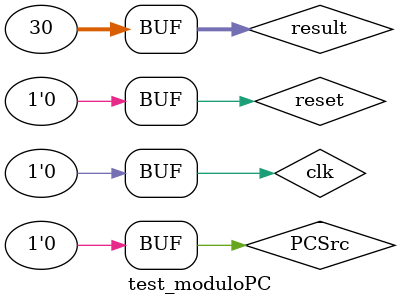
<source format=sv>
module test_moduloPC();

logic[31:0] pc;
logic clk, reset;
logic PCSrc;
logic [31:0] result;

modulo_PC mPC(clk, reset, PCSrc, result, pc);

initial begin 

		result= 32'd30;
		PCSrc =0;
		#10;
		clk = 0;
		reset = 0;
		
		#10;
		reset = 1;
		#10;
		reset = 0;
		#10;
		PCSrc =1;
		#10;
		clk=~clk;
		#10;
		clk=~clk;
		#10;
		clk=~clk;
		#10;clk=~clk;
		#10;
		PCSrc =0;
		#10;
		clk=~clk;
		#10;
		clk=~clk;
		#10;
		clk=~clk;
		#10;
		clk=~clk;
		#10;
		clk=~clk;
		#10;
		clk=~clk;
		#10;
		clk=~clk;
		#10;
		clk=~clk;
		#10;
		
	end
endmodule

</source>
